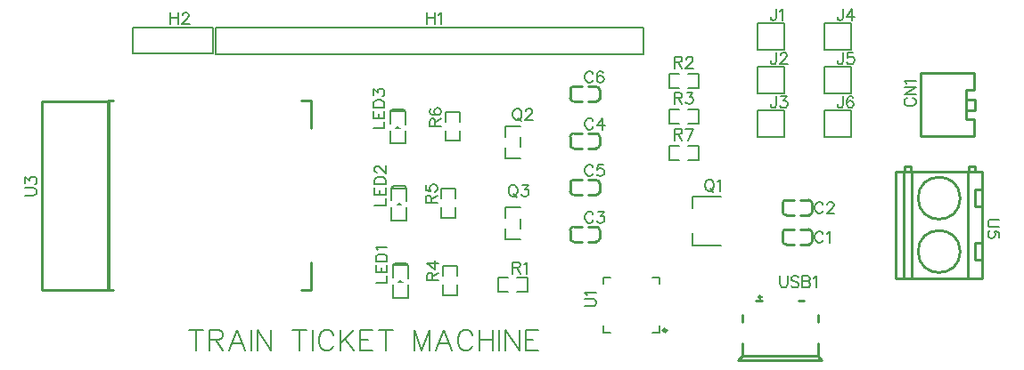
<source format=gto>
G04 Layer: TopSilkscreenLayer*
G04 EasyEDA v6.5.51, 2025-11-13 11:15:01*
G04 eeee07b8e3394328a7c479296e6499dd,d08b7503fb3042b1851704d71a85d887,10*
G04 Gerber Generator version 0.2*
G04 Scale: 100 percent, Rotated: No, Reflected: No *
G04 Dimensions in millimeters *
G04 leading zeros omitted , absolute positions ,4 integer and 5 decimal *
%FSLAX45Y45*%
%MOMM*%

%ADD10C,0.2032*%
%ADD11C,0.1524*%
%ADD12C,0.2540*%
%ADD13C,0.2030*%
%ADD14C,0.2030*%
%ADD15C,0.1500*%
%ADD16C,0.2000*%
%ADD17C,0.3000*%
%ADD18C,0.0152*%

%LPD*%
D10*
X1550670Y6161278D02*
G01*
X1550670Y5967476D01*
X1485900Y6161278D02*
G01*
X1615186Y6161278D01*
X1676145Y6161278D02*
G01*
X1676145Y5967476D01*
X1676145Y6161278D02*
G01*
X1759204Y6161278D01*
X1786889Y6152134D01*
X1796287Y6142989D01*
X1805431Y6124447D01*
X1805431Y6105905D01*
X1796287Y6087363D01*
X1786889Y6078220D01*
X1759204Y6069076D01*
X1676145Y6069076D01*
X1740915Y6069076D02*
G01*
X1805431Y5967476D01*
X1940306Y6161278D02*
G01*
X1866392Y5967476D01*
X1940306Y6161278D02*
G01*
X2014220Y5967476D01*
X1894078Y6031992D02*
G01*
X1986534Y6031992D01*
X2075179Y6161278D02*
G01*
X2075179Y5967476D01*
X2136140Y6161278D02*
G01*
X2136140Y5967476D01*
X2136140Y6161278D02*
G01*
X2265425Y5967476D01*
X2265425Y6161278D02*
G01*
X2265425Y5967476D01*
X2533395Y6161278D02*
G01*
X2533395Y5967476D01*
X2468625Y6161278D02*
G01*
X2597911Y6161278D01*
X2658872Y6161278D02*
G01*
X2658872Y5967476D01*
X2858515Y6115050D02*
G01*
X2849118Y6133592D01*
X2830829Y6152134D01*
X2812288Y6161278D01*
X2775204Y6161278D01*
X2756915Y6152134D01*
X2738374Y6133592D01*
X2729229Y6115050D01*
X2719831Y6087363D01*
X2719831Y6041389D01*
X2729229Y6013450D01*
X2738374Y5995162D01*
X2756915Y5976620D01*
X2775204Y5967476D01*
X2812288Y5967476D01*
X2830829Y5976620D01*
X2849118Y5995162D01*
X2858515Y6013450D01*
X2919475Y6161278D02*
G01*
X2919475Y5967476D01*
X3048761Y6161278D02*
G01*
X2919475Y6031992D01*
X2965450Y6078220D02*
G01*
X3048761Y5967476D01*
X3109722Y6161278D02*
G01*
X3109722Y5967476D01*
X3109722Y6161278D02*
G01*
X3229609Y6161278D01*
X3109722Y6069076D02*
G01*
X3183636Y6069076D01*
X3109722Y5967476D02*
G01*
X3229609Y5967476D01*
X3355340Y6161278D02*
G01*
X3355340Y5967476D01*
X3290570Y6161278D02*
G01*
X3420109Y6161278D01*
X3623309Y6161278D02*
G01*
X3623309Y5967476D01*
X3623309Y6161278D02*
G01*
X3696970Y5967476D01*
X3770884Y6161278D02*
G01*
X3696970Y5967476D01*
X3770884Y6161278D02*
G01*
X3770884Y5967476D01*
X3905758Y6161278D02*
G01*
X3831843Y5967476D01*
X3905758Y6161278D02*
G01*
X3979672Y5967476D01*
X3859529Y6031992D02*
G01*
X3951986Y6031992D01*
X4179315Y6115050D02*
G01*
X4169918Y6133592D01*
X4151629Y6152134D01*
X4133088Y6161278D01*
X4096004Y6161278D01*
X4077715Y6152134D01*
X4059174Y6133592D01*
X4050029Y6115050D01*
X4040631Y6087363D01*
X4040631Y6041389D01*
X4050029Y6013450D01*
X4059174Y5995162D01*
X4077715Y5976620D01*
X4096004Y5967476D01*
X4133088Y5967476D01*
X4151629Y5976620D01*
X4169918Y5995162D01*
X4179315Y6013450D01*
X4240275Y6161278D02*
G01*
X4240275Y5967476D01*
X4369561Y6161278D02*
G01*
X4369561Y5967476D01*
X4240275Y6069076D02*
G01*
X4369561Y6069076D01*
X4430522Y6161278D02*
G01*
X4430522Y5967476D01*
X4491481Y6161278D02*
G01*
X4491481Y5967476D01*
X4491481Y6161278D02*
G01*
X4620768Y5967476D01*
X4620768Y6161278D02*
G01*
X4620768Y5967476D01*
X4681727Y6161278D02*
G01*
X4681727Y5967476D01*
X4681727Y6161278D02*
G01*
X4801870Y6161278D01*
X4681727Y6069076D02*
G01*
X4755641Y6069076D01*
X4681727Y5967476D02*
G01*
X4801870Y5967476D01*
D11*
X7507477Y7074408D02*
G01*
X7502143Y7084821D01*
X7491729Y7095236D01*
X7481570Y7100315D01*
X7460741Y7100315D01*
X7450327Y7095236D01*
X7439913Y7084821D01*
X7434579Y7074408D01*
X7429500Y7058660D01*
X7429500Y7032752D01*
X7434579Y7017258D01*
X7439913Y7006844D01*
X7450327Y6996429D01*
X7460741Y6991350D01*
X7481570Y6991350D01*
X7491729Y6996429D01*
X7502143Y7006844D01*
X7507477Y7017258D01*
X7541768Y7079487D02*
G01*
X7552181Y7084821D01*
X7567675Y7100315D01*
X7567675Y6991350D01*
X7507477Y7353808D02*
G01*
X7502143Y7364221D01*
X7491729Y7374636D01*
X7481570Y7379715D01*
X7460741Y7379715D01*
X7450327Y7374636D01*
X7439913Y7364221D01*
X7434579Y7353808D01*
X7429500Y7338060D01*
X7429500Y7312152D01*
X7434579Y7296658D01*
X7439913Y7286244D01*
X7450327Y7275829D01*
X7460741Y7270750D01*
X7481570Y7270750D01*
X7491729Y7275829D01*
X7502143Y7286244D01*
X7507477Y7296658D01*
X7546847Y7353808D02*
G01*
X7546847Y7358887D01*
X7552181Y7369302D01*
X7557261Y7374636D01*
X7567675Y7379715D01*
X7588504Y7379715D01*
X7598918Y7374636D01*
X7603997Y7369302D01*
X7609331Y7358887D01*
X7609331Y7348473D01*
X7603997Y7338060D01*
X7593584Y7322565D01*
X7541768Y7270750D01*
X7614411Y7270750D01*
X5323077Y7264908D02*
G01*
X5317743Y7275321D01*
X5307329Y7285736D01*
X5297170Y7290815D01*
X5276341Y7290815D01*
X5265927Y7285736D01*
X5255513Y7275321D01*
X5250179Y7264908D01*
X5245100Y7249160D01*
X5245100Y7223252D01*
X5250179Y7207758D01*
X5255513Y7197344D01*
X5265927Y7186929D01*
X5276341Y7181850D01*
X5297170Y7181850D01*
X5307329Y7186929D01*
X5317743Y7197344D01*
X5323077Y7207758D01*
X5367781Y7290815D02*
G01*
X5424931Y7290815D01*
X5393690Y7249160D01*
X5409184Y7249160D01*
X5419597Y7244079D01*
X5424931Y7239000D01*
X5430011Y7223252D01*
X5430011Y7212837D01*
X5424931Y7197344D01*
X5414518Y7186929D01*
X5398770Y7181850D01*
X5383275Y7181850D01*
X5367781Y7186929D01*
X5362447Y7192010D01*
X5357368Y7202423D01*
X5323077Y8153908D02*
G01*
X5317743Y8164321D01*
X5307329Y8174736D01*
X5297170Y8179815D01*
X5276341Y8179815D01*
X5265927Y8174736D01*
X5255513Y8164321D01*
X5250179Y8153908D01*
X5245100Y8138160D01*
X5245100Y8112252D01*
X5250179Y8096758D01*
X5255513Y8086344D01*
X5265927Y8075929D01*
X5276341Y8070850D01*
X5297170Y8070850D01*
X5307329Y8075929D01*
X5317743Y8086344D01*
X5323077Y8096758D01*
X5409184Y8179815D02*
G01*
X5357368Y8107171D01*
X5435345Y8107171D01*
X5409184Y8179815D02*
G01*
X5409184Y8070850D01*
X5323077Y7709408D02*
G01*
X5317743Y7719821D01*
X5307329Y7730236D01*
X5297170Y7735315D01*
X5276341Y7735315D01*
X5265927Y7730236D01*
X5255513Y7719821D01*
X5250179Y7709408D01*
X5245100Y7693660D01*
X5245100Y7667752D01*
X5250179Y7652258D01*
X5255513Y7641844D01*
X5265927Y7631429D01*
X5276341Y7626350D01*
X5297170Y7626350D01*
X5307329Y7631429D01*
X5317743Y7641844D01*
X5323077Y7652258D01*
X5419597Y7735315D02*
G01*
X5367781Y7735315D01*
X5362447Y7688579D01*
X5367781Y7693660D01*
X5383275Y7698994D01*
X5398770Y7698994D01*
X5414518Y7693660D01*
X5424931Y7683500D01*
X5430011Y7667752D01*
X5430011Y7657337D01*
X5424931Y7641844D01*
X5414518Y7631429D01*
X5398770Y7626350D01*
X5383275Y7626350D01*
X5367781Y7631429D01*
X5362447Y7636510D01*
X5357368Y7646923D01*
X5323077Y8598408D02*
G01*
X5317743Y8608821D01*
X5307329Y8619236D01*
X5297170Y8624315D01*
X5276341Y8624315D01*
X5265927Y8619236D01*
X5255513Y8608821D01*
X5250179Y8598408D01*
X5245100Y8582660D01*
X5245100Y8556752D01*
X5250179Y8541258D01*
X5255513Y8530844D01*
X5265927Y8520429D01*
X5276341Y8515350D01*
X5297170Y8515350D01*
X5307329Y8520429D01*
X5317743Y8530844D01*
X5323077Y8541258D01*
X5419597Y8608821D02*
G01*
X5414518Y8619236D01*
X5398770Y8624315D01*
X5388609Y8624315D01*
X5372861Y8619236D01*
X5362447Y8603487D01*
X5357368Y8577579D01*
X5357368Y8551671D01*
X5362447Y8530844D01*
X5372861Y8520429D01*
X5388609Y8515350D01*
X5393690Y8515350D01*
X5409184Y8520429D01*
X5419597Y8530844D01*
X5424931Y8546337D01*
X5424931Y8551671D01*
X5419597Y8567165D01*
X5409184Y8577579D01*
X5393690Y8582660D01*
X5388609Y8582660D01*
X5372861Y8577579D01*
X5362447Y8567165D01*
X5357368Y8551671D01*
X8305291Y8369477D02*
G01*
X8294877Y8364143D01*
X8284463Y8353729D01*
X8279384Y8343569D01*
X8279384Y8322741D01*
X8284463Y8312327D01*
X8294877Y8301913D01*
X8305291Y8296579D01*
X8321040Y8291499D01*
X8346947Y8291499D01*
X8362441Y8296579D01*
X8372856Y8301913D01*
X8383270Y8312327D01*
X8388350Y8322741D01*
X8388350Y8343569D01*
X8383270Y8353729D01*
X8372856Y8364143D01*
X8362441Y8369477D01*
X8279384Y8403767D02*
G01*
X8388350Y8403767D01*
X8279384Y8403767D02*
G01*
X8388350Y8476411D01*
X8279384Y8476411D02*
G01*
X8388350Y8476411D01*
X8300211Y8510701D02*
G01*
X8294877Y8521115D01*
X8279384Y8536609D01*
X8388350Y8536609D01*
X3746500Y9183115D02*
G01*
X3746500Y9074150D01*
X3819143Y9183115D02*
G01*
X3819143Y9074150D01*
X3746500Y9131300D02*
G01*
X3819143Y9131300D01*
X3853434Y9162287D02*
G01*
X3863847Y9167621D01*
X3879595Y9183115D01*
X3879595Y9074150D01*
X1308100Y9183115D02*
G01*
X1308100Y9074150D01*
X1380744Y9183115D02*
G01*
X1380744Y9074150D01*
X1308100Y9131300D02*
G01*
X1380744Y9131300D01*
X1420368Y9157208D02*
G01*
X1420368Y9162287D01*
X1425447Y9172702D01*
X1430781Y9178036D01*
X1441195Y9183115D01*
X1461770Y9183115D01*
X1472184Y9178036D01*
X1477518Y9172702D01*
X1482597Y9162287D01*
X1482597Y9151874D01*
X1477518Y9141460D01*
X1467104Y9125965D01*
X1415034Y9074150D01*
X1487931Y9074150D01*
X7062470Y9217405D02*
G01*
X7062470Y9134347D01*
X7057136Y9118600D01*
X7052056Y9113520D01*
X7041641Y9108439D01*
X7031227Y9108439D01*
X7020813Y9113520D01*
X7015479Y9118600D01*
X7010400Y9134347D01*
X7010400Y9144762D01*
X7096759Y9196578D02*
G01*
X7106920Y9201912D01*
X7122668Y9217405D01*
X7122668Y9108439D01*
X7062470Y8801480D02*
G01*
X7062470Y8718422D01*
X7057136Y8702675D01*
X7052056Y8697595D01*
X7041641Y8692514D01*
X7031227Y8692514D01*
X7020813Y8697595D01*
X7015479Y8702675D01*
X7010400Y8718422D01*
X7010400Y8728837D01*
X7101840Y8775572D02*
G01*
X7101840Y8780653D01*
X7106920Y8791067D01*
X7112254Y8796401D01*
X7122668Y8801480D01*
X7143495Y8801480D01*
X7153909Y8796401D01*
X7158990Y8791067D01*
X7164070Y8780653D01*
X7164070Y8770238D01*
X7158990Y8759825D01*
X7148575Y8744330D01*
X7096759Y8692514D01*
X7169404Y8692514D01*
X7062470Y8385555D02*
G01*
X7062470Y8302497D01*
X7057136Y8286750D01*
X7052056Y8281670D01*
X7041641Y8276589D01*
X7031227Y8276589D01*
X7020813Y8281670D01*
X7015479Y8286750D01*
X7010400Y8302497D01*
X7010400Y8312912D01*
X7106920Y8385555D02*
G01*
X7164070Y8385555D01*
X7133081Y8343900D01*
X7148575Y8343900D01*
X7158990Y8338820D01*
X7164070Y8333739D01*
X7169404Y8317992D01*
X7169404Y8307578D01*
X7164070Y8292084D01*
X7153909Y8281670D01*
X7138161Y8276589D01*
X7122668Y8276589D01*
X7106920Y8281670D01*
X7101840Y8286750D01*
X7096759Y8297163D01*
X7697470Y9217405D02*
G01*
X7697470Y9134347D01*
X7692136Y9118600D01*
X7687056Y9113520D01*
X7676641Y9108439D01*
X7666227Y9108439D01*
X7655813Y9113520D01*
X7650479Y9118600D01*
X7645400Y9134347D01*
X7645400Y9144762D01*
X7783575Y9217405D02*
G01*
X7731759Y9144762D01*
X7809484Y9144762D01*
X7783575Y9217405D02*
G01*
X7783575Y9108439D01*
X7697470Y8801480D02*
G01*
X7697470Y8718422D01*
X7692136Y8702675D01*
X7687056Y8697595D01*
X7676641Y8692514D01*
X7666227Y8692514D01*
X7655813Y8697595D01*
X7650479Y8702675D01*
X7645400Y8718422D01*
X7645400Y8728837D01*
X7793990Y8801480D02*
G01*
X7741920Y8801480D01*
X7736840Y8754745D01*
X7741920Y8759825D01*
X7757668Y8765159D01*
X7773161Y8765159D01*
X7788909Y8759825D01*
X7799070Y8749664D01*
X7804404Y8733917D01*
X7804404Y8723503D01*
X7799070Y8708009D01*
X7788909Y8697595D01*
X7773161Y8692514D01*
X7757668Y8692514D01*
X7741920Y8697595D01*
X7736840Y8702675D01*
X7731759Y8713088D01*
X7697470Y8385555D02*
G01*
X7697470Y8302497D01*
X7692136Y8286750D01*
X7687056Y8281670D01*
X7676641Y8276589D01*
X7666227Y8276589D01*
X7655813Y8281670D01*
X7650479Y8286750D01*
X7645400Y8302497D01*
X7645400Y8312912D01*
X7793990Y8370062D02*
G01*
X7788909Y8380476D01*
X7773161Y8385555D01*
X7762747Y8385555D01*
X7747254Y8380476D01*
X7736840Y8364728D01*
X7731759Y8338820D01*
X7731759Y8312912D01*
X7736840Y8292084D01*
X7747254Y8281670D01*
X7762747Y8276589D01*
X7768081Y8276589D01*
X7783575Y8281670D01*
X7793990Y8292084D01*
X7799070Y8307578D01*
X7799070Y8312912D01*
X7793990Y8328405D01*
X7783575Y8338820D01*
X7768081Y8343900D01*
X7762747Y8343900D01*
X7747254Y8338820D01*
X7736840Y8328405D01*
X7731759Y8312912D01*
X3257981Y6614472D02*
G01*
X3366947Y6614472D01*
X3366947Y6614472D02*
G01*
X3366947Y6676702D01*
X3257981Y6710992D02*
G01*
X3366947Y6710992D01*
X3257981Y6710992D02*
G01*
X3257981Y6778556D01*
X3309797Y6710992D02*
G01*
X3309797Y6752648D01*
X3366947Y6710992D02*
G01*
X3366947Y6778556D01*
X3257981Y6812846D02*
G01*
X3366947Y6812846D01*
X3257981Y6812846D02*
G01*
X3257981Y6849422D01*
X3263061Y6864916D01*
X3273475Y6875330D01*
X3283889Y6880410D01*
X3299637Y6885744D01*
X3325545Y6885744D01*
X3341039Y6880410D01*
X3351453Y6875330D01*
X3361867Y6864916D01*
X3366947Y6849422D01*
X3366947Y6812846D01*
X3278809Y6920034D02*
G01*
X3273475Y6930448D01*
X3257981Y6945942D01*
X3366947Y6945942D01*
X3245281Y7349675D02*
G01*
X3354247Y7349675D01*
X3354247Y7349675D02*
G01*
X3354247Y7411905D01*
X3245281Y7446195D02*
G01*
X3354247Y7446195D01*
X3245281Y7446195D02*
G01*
X3245281Y7513759D01*
X3297097Y7446195D02*
G01*
X3297097Y7487851D01*
X3354247Y7446195D02*
G01*
X3354247Y7513759D01*
X3245281Y7548049D02*
G01*
X3354247Y7548049D01*
X3245281Y7548049D02*
G01*
X3245281Y7584625D01*
X3250361Y7600119D01*
X3260775Y7610533D01*
X3271189Y7615613D01*
X3286937Y7620947D01*
X3312845Y7620947D01*
X3328339Y7615613D01*
X3338753Y7610533D01*
X3349167Y7600119D01*
X3354247Y7584625D01*
X3354247Y7548049D01*
X3271189Y7660317D02*
G01*
X3266109Y7660317D01*
X3255695Y7665651D01*
X3250361Y7670731D01*
X3245281Y7681145D01*
X3245281Y7701973D01*
X3250361Y7712387D01*
X3255695Y7717467D01*
X3266109Y7722801D01*
X3276523Y7722801D01*
X3286937Y7717467D01*
X3302431Y7707053D01*
X3354247Y7655237D01*
X3354247Y7727881D01*
X3232581Y8079925D02*
G01*
X3341547Y8079925D01*
X3341547Y8079925D02*
G01*
X3341547Y8142155D01*
X3232581Y8176445D02*
G01*
X3341547Y8176445D01*
X3232581Y8176445D02*
G01*
X3232581Y8244009D01*
X3284397Y8176445D02*
G01*
X3284397Y8218101D01*
X3341547Y8176445D02*
G01*
X3341547Y8244009D01*
X3232581Y8278299D02*
G01*
X3341547Y8278299D01*
X3232581Y8278299D02*
G01*
X3232581Y8314875D01*
X3237661Y8330369D01*
X3248075Y8340783D01*
X3258489Y8345863D01*
X3274237Y8351197D01*
X3300145Y8351197D01*
X3315639Y8345863D01*
X3326053Y8340783D01*
X3336467Y8330369D01*
X3341547Y8314875D01*
X3341547Y8278299D01*
X3232581Y8395901D02*
G01*
X3232581Y8453051D01*
X3274237Y8421809D01*
X3274237Y8437303D01*
X3279317Y8447717D01*
X3284397Y8453051D01*
X3300145Y8458131D01*
X3310559Y8458131D01*
X3326053Y8453051D01*
X3336467Y8442637D01*
X3341547Y8426889D01*
X3341547Y8411395D01*
X3336467Y8395901D01*
X3331387Y8390567D01*
X3320973Y8385487D01*
X6417373Y7595628D02*
G01*
X6406959Y7590548D01*
X6396545Y7580134D01*
X6391211Y7569720D01*
X6386131Y7553972D01*
X6386131Y7528064D01*
X6391211Y7512570D01*
X6396545Y7502156D01*
X6406959Y7491742D01*
X6417373Y7486662D01*
X6438201Y7486662D01*
X6448361Y7491742D01*
X6458775Y7502156D01*
X6464109Y7512570D01*
X6469189Y7528064D01*
X6469189Y7553972D01*
X6464109Y7569720D01*
X6458775Y7580134D01*
X6448361Y7590548D01*
X6438201Y7595628D01*
X6417373Y7595628D01*
X6432867Y7507236D02*
G01*
X6464109Y7476248D01*
X6503479Y7574800D02*
G01*
X6513893Y7580134D01*
X6529641Y7595628D01*
X6529641Y7486662D01*
X4591248Y8268715D02*
G01*
X4580834Y8263636D01*
X4570420Y8253221D01*
X4565086Y8242808D01*
X4560006Y8227060D01*
X4560006Y8201152D01*
X4565086Y8185658D01*
X4570420Y8175244D01*
X4580834Y8164829D01*
X4591248Y8159750D01*
X4612076Y8159750D01*
X4622236Y8164829D01*
X4632650Y8175244D01*
X4637984Y8185658D01*
X4643064Y8201152D01*
X4643064Y8227060D01*
X4637984Y8242808D01*
X4632650Y8253221D01*
X4622236Y8263636D01*
X4612076Y8268715D01*
X4591248Y8268715D01*
X4606742Y8180323D02*
G01*
X4637984Y8149336D01*
X4682688Y8242808D02*
G01*
X4682688Y8247887D01*
X4687768Y8258302D01*
X4693102Y8263636D01*
X4703516Y8268715D01*
X4724090Y8268715D01*
X4734504Y8263636D01*
X4739838Y8258302D01*
X4744918Y8247887D01*
X4744918Y8237473D01*
X4739838Y8227060D01*
X4729424Y8211565D01*
X4677354Y8159750D01*
X4750252Y8159750D01*
X4553148Y7544815D02*
G01*
X4542734Y7539736D01*
X4532320Y7529321D01*
X4526986Y7518908D01*
X4521906Y7503160D01*
X4521906Y7477252D01*
X4526986Y7461758D01*
X4532320Y7451344D01*
X4542734Y7440929D01*
X4553148Y7435850D01*
X4573976Y7435850D01*
X4584136Y7440929D01*
X4594550Y7451344D01*
X4599884Y7461758D01*
X4604964Y7477252D01*
X4604964Y7503160D01*
X4599884Y7518908D01*
X4594550Y7529321D01*
X4584136Y7539736D01*
X4573976Y7544815D01*
X4553148Y7544815D01*
X4568642Y7456423D02*
G01*
X4599884Y7425436D01*
X4649668Y7544815D02*
G01*
X4706818Y7544815D01*
X4675576Y7503160D01*
X4691324Y7503160D01*
X4701738Y7498079D01*
X4706818Y7493000D01*
X4712152Y7477252D01*
X4712152Y7466837D01*
X4706818Y7451344D01*
X4696404Y7440929D01*
X4680910Y7435850D01*
X4665416Y7435850D01*
X4649668Y7440929D01*
X4644588Y7446010D01*
X4639254Y7456423D01*
X4560006Y6808215D02*
G01*
X4560006Y6699250D01*
X4560006Y6808215D02*
G01*
X4606742Y6808215D01*
X4622236Y6803136D01*
X4627570Y6797802D01*
X4632650Y6787387D01*
X4632650Y6776973D01*
X4627570Y6766560D01*
X4622236Y6761479D01*
X4606742Y6756400D01*
X4560006Y6756400D01*
X4596328Y6756400D02*
G01*
X4632650Y6699250D01*
X4666940Y6787387D02*
G01*
X4677354Y6792721D01*
X4693102Y6808215D01*
X4693102Y6699250D01*
X3745484Y6634947D02*
G01*
X3854450Y6634947D01*
X3745484Y6634947D02*
G01*
X3745484Y6681683D01*
X3750563Y6697177D01*
X3755897Y6702511D01*
X3766311Y6707591D01*
X3776725Y6707591D01*
X3787140Y6702511D01*
X3792220Y6697177D01*
X3797300Y6681683D01*
X3797300Y6634947D01*
X3797300Y6671269D02*
G01*
X3854450Y6707591D01*
X3745484Y6793951D02*
G01*
X3818127Y6741881D01*
X3818127Y6819859D01*
X3745484Y6793951D02*
G01*
X3854450Y6793951D01*
X3732784Y7370152D02*
G01*
X3841750Y7370152D01*
X3732784Y7370152D02*
G01*
X3732784Y7416888D01*
X3737863Y7432382D01*
X3743197Y7437716D01*
X3753611Y7442796D01*
X3764025Y7442796D01*
X3774440Y7437716D01*
X3779520Y7432382D01*
X3784600Y7416888D01*
X3784600Y7370152D01*
X3784600Y7406474D02*
G01*
X3841750Y7442796D01*
X3732784Y7539570D02*
G01*
X3732784Y7487500D01*
X3779520Y7482420D01*
X3774440Y7487500D01*
X3769106Y7503248D01*
X3769106Y7518742D01*
X3774440Y7534236D01*
X3784600Y7544650D01*
X3800347Y7549984D01*
X3810761Y7549984D01*
X3826256Y7544650D01*
X3836670Y7534236D01*
X3841750Y7518742D01*
X3841750Y7503248D01*
X3836670Y7487500D01*
X3831590Y7482420D01*
X3821175Y7477086D01*
X3770884Y8100402D02*
G01*
X3879850Y8100402D01*
X3770884Y8100402D02*
G01*
X3770884Y8147138D01*
X3775963Y8162632D01*
X3781297Y8167966D01*
X3791711Y8173046D01*
X3802125Y8173046D01*
X3812540Y8167966D01*
X3817620Y8162632D01*
X3822700Y8147138D01*
X3822700Y8100402D01*
X3822700Y8136724D02*
G01*
X3879850Y8173046D01*
X3786377Y8269820D02*
G01*
X3775963Y8264486D01*
X3770884Y8248992D01*
X3770884Y8238578D01*
X3775963Y8223084D01*
X3791711Y8212670D01*
X3817620Y8207336D01*
X3843527Y8207336D01*
X3864356Y8212670D01*
X3874770Y8223084D01*
X3879850Y8238578D01*
X3879850Y8243912D01*
X3874770Y8259406D01*
X3864356Y8269820D01*
X3848861Y8274900D01*
X3843527Y8274900D01*
X3828034Y8269820D01*
X3817620Y8259406D01*
X3812540Y8243912D01*
X3812540Y8238578D01*
X3817620Y8223084D01*
X3828034Y8212670D01*
X3843527Y8207336D01*
X5243156Y6387172D02*
G01*
X5321134Y6387172D01*
X5336628Y6392252D01*
X5347042Y6402666D01*
X5352122Y6418414D01*
X5352122Y6428828D01*
X5347042Y6444322D01*
X5336628Y6454736D01*
X5321134Y6459816D01*
X5243156Y6459816D01*
X5263984Y6494106D02*
G01*
X5258650Y6504520D01*
X5243156Y6520268D01*
X5352122Y6520268D01*
X-72026Y7442200D02*
G01*
X5951Y7442200D01*
X21445Y7447279D01*
X31859Y7457694D01*
X36939Y7473442D01*
X36939Y7483855D01*
X31859Y7499350D01*
X21445Y7509763D01*
X5951Y7514844D01*
X-72026Y7514844D01*
X-72026Y7559547D02*
G01*
X-72026Y7616697D01*
X-30370Y7585710D01*
X-30370Y7601204D01*
X-25290Y7611618D01*
X-20210Y7616697D01*
X-4462Y7622031D01*
X5951Y7622031D01*
X21445Y7616697D01*
X31859Y7606284D01*
X36939Y7590789D01*
X36939Y7575295D01*
X31859Y7559547D01*
X26779Y7554468D01*
X16365Y7549134D01*
X9183115Y7213600D02*
G01*
X9105138Y7213600D01*
X9089643Y7208520D01*
X9079229Y7198105D01*
X9074150Y7182358D01*
X9074150Y7171944D01*
X9079229Y7156450D01*
X9089643Y7146036D01*
X9105138Y7140955D01*
X9183115Y7140955D01*
X9183115Y7044181D02*
G01*
X9183115Y7096252D01*
X9136379Y7101331D01*
X9141459Y7096252D01*
X9146793Y7080504D01*
X9146793Y7065010D01*
X9141459Y7049515D01*
X9131300Y7039102D01*
X9115552Y7033768D01*
X9105138Y7033768D01*
X9089643Y7039102D01*
X9079229Y7049515D01*
X9074150Y7065010D01*
X9074150Y7080504D01*
X9079229Y7096252D01*
X9084309Y7101331D01*
X9094724Y7106665D01*
X7096302Y6676212D02*
G01*
X7096302Y6598234D01*
X7101382Y6582740D01*
X7111796Y6572326D01*
X7127544Y6567246D01*
X7137958Y6567246D01*
X7153452Y6572326D01*
X7163866Y6582740D01*
X7168946Y6598234D01*
X7168946Y6676212D01*
X7276134Y6660718D02*
G01*
X7265720Y6671132D01*
X7249972Y6676212D01*
X7229398Y6676212D01*
X7213650Y6671132D01*
X7203236Y6660718D01*
X7203236Y6650304D01*
X7208570Y6639890D01*
X7213650Y6634556D01*
X7224064Y6629476D01*
X7255306Y6619062D01*
X7265720Y6613982D01*
X7270800Y6608648D01*
X7276134Y6598234D01*
X7276134Y6582740D01*
X7265720Y6572326D01*
X7249972Y6567246D01*
X7229398Y6567246D01*
X7213650Y6572326D01*
X7203236Y6582740D01*
X7310424Y6676212D02*
G01*
X7310424Y6567246D01*
X7310424Y6676212D02*
G01*
X7357160Y6676212D01*
X7372654Y6671132D01*
X7377988Y6665798D01*
X7383068Y6655384D01*
X7383068Y6644970D01*
X7377988Y6634556D01*
X7372654Y6629476D01*
X7357160Y6624396D01*
X7310424Y6624396D02*
G01*
X7357160Y6624396D01*
X7372654Y6619062D01*
X7377988Y6613982D01*
X7383068Y6603568D01*
X7383068Y6587820D01*
X7377988Y6577406D01*
X7372654Y6572326D01*
X7357160Y6567246D01*
X7310424Y6567246D01*
X7417358Y6655384D02*
G01*
X7427772Y6660718D01*
X7443266Y6676212D01*
X7443266Y6567246D01*
X6096000Y8764015D02*
G01*
X6096000Y8655050D01*
X6096000Y8764015D02*
G01*
X6142736Y8764015D01*
X6158229Y8758936D01*
X6163563Y8753602D01*
X6168643Y8743187D01*
X6168643Y8732774D01*
X6163563Y8722360D01*
X6158229Y8717279D01*
X6142736Y8712200D01*
X6096000Y8712200D01*
X6132322Y8712200D02*
G01*
X6168643Y8655050D01*
X6208268Y8738108D02*
G01*
X6208268Y8743187D01*
X6213347Y8753602D01*
X6218681Y8758936D01*
X6229095Y8764015D01*
X6249670Y8764015D01*
X6260084Y8758936D01*
X6265418Y8753602D01*
X6270497Y8743187D01*
X6270497Y8732774D01*
X6265418Y8722360D01*
X6255004Y8706865D01*
X6202934Y8655050D01*
X6275831Y8655050D01*
X6096000Y8421115D02*
G01*
X6096000Y8312150D01*
X6096000Y8421115D02*
G01*
X6142736Y8421115D01*
X6158229Y8416036D01*
X6163563Y8410702D01*
X6168643Y8400287D01*
X6168643Y8389874D01*
X6163563Y8379460D01*
X6158229Y8374379D01*
X6142736Y8369300D01*
X6096000Y8369300D01*
X6132322Y8369300D02*
G01*
X6168643Y8312150D01*
X6213347Y8421115D02*
G01*
X6270497Y8421115D01*
X6239509Y8379460D01*
X6255004Y8379460D01*
X6265418Y8374379D01*
X6270497Y8369300D01*
X6275831Y8353552D01*
X6275831Y8343137D01*
X6270497Y8327644D01*
X6260084Y8317229D01*
X6244590Y8312150D01*
X6229095Y8312150D01*
X6213347Y8317229D01*
X6208268Y8322310D01*
X6202934Y8332723D01*
X6096000Y8078215D02*
G01*
X6096000Y7969250D01*
X6096000Y8078215D02*
G01*
X6142736Y8078215D01*
X6158229Y8073136D01*
X6163563Y8067802D01*
X6168643Y8057387D01*
X6168643Y8046973D01*
X6163563Y8036560D01*
X6158229Y8031479D01*
X6142736Y8026400D01*
X6096000Y8026400D01*
X6132322Y8026400D02*
G01*
X6168643Y7969250D01*
X6275831Y8078215D02*
G01*
X6223761Y7969250D01*
X6202934Y8078215D02*
G01*
X6275831Y8078215D01*
G36*
X3492500Y6638442D02*
G01*
X3456482Y6613448D01*
X3528517Y6612432D01*
G37*
G36*
X3479800Y7373620D02*
G01*
X3443782Y7348626D01*
X3515817Y7347661D01*
G37*
G36*
X3467100Y8103870D02*
G01*
X3431082Y8078876D01*
X3503117Y8077911D01*
G37*
D12*
X7236381Y6977542D02*
G01*
X7156383Y6977542D01*
X7292426Y6977496D02*
G01*
X7372423Y6977496D01*
X7236381Y7119510D02*
G01*
X7156383Y7119510D01*
X7292426Y7119462D02*
G01*
X7372423Y7119462D01*
X7125408Y7008525D02*
G01*
X7125408Y7088530D01*
X7403401Y7088477D02*
G01*
X7403401Y7008474D01*
X7236381Y7256942D02*
G01*
X7156383Y7256942D01*
X7292426Y7256896D02*
G01*
X7372423Y7256896D01*
X7236381Y7398910D02*
G01*
X7156383Y7398910D01*
X7292426Y7398862D02*
G01*
X7372423Y7398862D01*
X7125408Y7287925D02*
G01*
X7125408Y7367930D01*
X7403401Y7367877D02*
G01*
X7403401Y7287874D01*
X5217081Y7002942D02*
G01*
X5137083Y7002942D01*
X5273126Y7002896D02*
G01*
X5353123Y7002896D01*
X5217081Y7144910D02*
G01*
X5137083Y7144910D01*
X5273126Y7144862D02*
G01*
X5353123Y7144862D01*
X5106108Y7033925D02*
G01*
X5106108Y7113930D01*
X5384101Y7113877D02*
G01*
X5384101Y7033874D01*
X5217081Y7891942D02*
G01*
X5137083Y7891942D01*
X5273126Y7891896D02*
G01*
X5353123Y7891896D01*
X5217081Y8033910D02*
G01*
X5137083Y8033910D01*
X5273126Y8033862D02*
G01*
X5353123Y8033862D01*
X5106108Y7922925D02*
G01*
X5106108Y8002930D01*
X5384101Y8002877D02*
G01*
X5384101Y7922874D01*
X5217081Y7447442D02*
G01*
X5137083Y7447442D01*
X5273126Y7447396D02*
G01*
X5353123Y7447396D01*
X5217081Y7589410D02*
G01*
X5137083Y7589410D01*
X5273126Y7589362D02*
G01*
X5353123Y7589362D01*
X5106108Y7478425D02*
G01*
X5106108Y7558430D01*
X5384101Y7558377D02*
G01*
X5384101Y7478374D01*
X5217081Y8336442D02*
G01*
X5137083Y8336442D01*
X5273126Y8336396D02*
G01*
X5353123Y8336396D01*
X5217081Y8478410D02*
G01*
X5137083Y8478410D01*
X5273126Y8478362D02*
G01*
X5353123Y8478362D01*
X5106108Y8367425D02*
G01*
X5106108Y8447430D01*
X5384101Y8447377D02*
G01*
X5384101Y8367374D01*
X8864600Y8445500D02*
G01*
X8864600Y8169325D01*
X8864600Y8253481D02*
G01*
X8953500Y8253481D01*
X8953500Y8356600D01*
X8864600Y8356600D01*
X8864600Y8445500D02*
G01*
X8944609Y8445500D01*
X8944609Y8605697D01*
X8434577Y8605697D01*
X8434577Y8005749D01*
X8944609Y8005749D01*
X8944609Y8169325D01*
X8864600Y8169325D01*
D13*
X5803900Y9042400D02*
G01*
X1930400Y9042400D01*
D10*
X5803900Y9042400D02*
G01*
X5803900Y8788400D01*
X1739900Y8788400D01*
X1739900Y9042400D01*
X1930400Y9042400D01*
X1460500Y9042400D02*
G01*
X1714500Y9042400D01*
X1714500Y8790939D01*
X952500Y8790939D01*
X952500Y9042400D01*
X1460500Y9042400D01*
X7137400Y8832850D02*
G01*
X6883400Y8832850D01*
X6883400Y9086850D01*
X7137400Y9086850D01*
X7137400Y8896350D01*
D14*
X7137400Y8832850D02*
G01*
X7137400Y8896350D01*
D10*
X7137400Y8416925D02*
G01*
X6883400Y8416925D01*
X6883400Y8670925D01*
X7137400Y8670925D01*
X7137400Y8480425D01*
D14*
X7137400Y8416925D02*
G01*
X7137400Y8480425D01*
D10*
X7137400Y8001000D02*
G01*
X6883400Y8001000D01*
X6883400Y8255000D01*
X7137400Y8255000D01*
X7137400Y8064500D01*
D14*
X7137400Y8001000D02*
G01*
X7137400Y8064500D01*
D10*
X7772400Y8832850D02*
G01*
X7518400Y8832850D01*
X7518400Y9086850D01*
X7772400Y9086850D01*
X7772400Y8896350D01*
D14*
X7772400Y8832850D02*
G01*
X7772400Y8896350D01*
D10*
X7772400Y8416925D02*
G01*
X7518400Y8416925D01*
X7518400Y8670925D01*
X7772400Y8670925D01*
X7772400Y8480425D01*
D14*
X7772400Y8416925D02*
G01*
X7772400Y8480425D01*
D10*
X7772400Y8001000D02*
G01*
X7518400Y8001000D01*
X7518400Y8255000D01*
X7772400Y8255000D01*
X7772400Y8064500D01*
D14*
X7772400Y8001000D02*
G01*
X7772400Y8064500D01*
D15*
X3419500Y6661447D02*
G01*
X3419500Y6776445D01*
X3564498Y6776445D01*
X3564498Y6656445D01*
X3565499Y6594447D02*
G01*
X3565499Y6470446D01*
X3420501Y6470446D01*
X3420501Y6594447D01*
X3419500Y6776445D02*
G01*
X3419500Y6779447D01*
X3439500Y6799447D01*
X3541499Y6799447D01*
X3544498Y6796445D01*
X3564498Y6776445D01*
X3406800Y7396650D02*
G01*
X3406800Y7511648D01*
X3551798Y7511648D01*
X3551798Y7391648D01*
X3552799Y7329650D02*
G01*
X3552799Y7205649D01*
X3407801Y7205649D01*
X3407801Y7329650D01*
X3406800Y7511648D02*
G01*
X3406800Y7514650D01*
X3426800Y7534650D01*
X3528799Y7534650D01*
X3531798Y7531648D01*
X3551798Y7511648D01*
X3394100Y8126900D02*
G01*
X3394100Y8241898D01*
X3539098Y8241898D01*
X3539098Y8121898D01*
X3540099Y8059900D02*
G01*
X3540099Y7935899D01*
X3395101Y7935899D01*
X3395101Y8059900D01*
X3394100Y8241898D02*
G01*
X3394100Y8244900D01*
X3414100Y8264900D01*
X3516099Y8264900D01*
X3519098Y8261898D01*
X3539098Y8241898D01*
D11*
X6534548Y7433530D02*
G01*
X6269311Y7433530D01*
X6269311Y7318649D01*
X6534548Y6968294D02*
G01*
X6269311Y6968294D01*
X6269311Y7083176D01*
X4632627Y8102820D02*
G01*
X4487384Y8102820D01*
X4487384Y7999658D01*
X4632627Y7797579D02*
G01*
X4487384Y7797579D01*
X4487384Y7900741D01*
X4632627Y7995739D02*
G01*
X4632627Y7904660D01*
X4632627Y7328120D02*
G01*
X4487384Y7328120D01*
X4487384Y7224958D01*
X4632627Y7022879D02*
G01*
X4487384Y7022879D01*
X4487384Y7126041D01*
X4632627Y7221039D02*
G01*
X4632627Y7129960D01*
X4602627Y6525239D02*
G01*
X4698514Y6525239D01*
X4698514Y6657360D01*
X4602627Y6657360D01*
X4517384Y6525239D02*
G01*
X4421497Y6525239D01*
X4421497Y6657360D01*
X4517384Y6657360D01*
X4028460Y6677568D02*
G01*
X4028460Y6773456D01*
X3896339Y6773456D01*
X3896339Y6677568D01*
X4028460Y6592326D02*
G01*
X4028460Y6496438D01*
X3896339Y6496438D01*
X3896339Y6592326D01*
X4015760Y7412774D02*
G01*
X4015760Y7508661D01*
X3883639Y7508661D01*
X3883639Y7412774D01*
X4015760Y7327531D02*
G01*
X4015760Y7231644D01*
X3883639Y7231644D01*
X3883639Y7327531D01*
X4053860Y8143024D02*
G01*
X4053860Y8238911D01*
X3921739Y8238911D01*
X3921739Y8143024D01*
X4053860Y8057781D02*
G01*
X4053860Y7961894D01*
X3921739Y7961894D01*
X3921739Y8057781D01*
D16*
X5954603Y6200780D02*
G01*
X5954603Y6135781D01*
X5889604Y6135781D01*
X5424606Y6200780D02*
G01*
X5424606Y6135781D01*
X5489605Y6135781D01*
X5489605Y6665777D02*
G01*
X5424606Y6665777D01*
X5424606Y6600779D01*
X5954603Y6600779D02*
G01*
X5954603Y6665777D01*
X5889604Y6665777D01*
D12*
X2644289Y8081815D02*
G01*
X2644289Y8343900D01*
X2549804Y8343900D01*
X2549804Y6540500D02*
G01*
X2644289Y6540500D01*
X2644289Y6802584D01*
X716389Y6540500D02*
G01*
X762574Y6540500D01*
X762574Y8343900D02*
G01*
X716389Y8343900D01*
X716389Y6540500D01*
X88679Y6542201D02*
G01*
X88679Y8342198D01*
X718675Y8342198D01*
X718675Y6542201D01*
X88679Y6542201D01*
X8342764Y7670800D02*
G01*
X8342764Y7721600D01*
X8278888Y7721600D01*
X8278888Y7670800D01*
X8953875Y7670800D02*
G01*
X8953875Y7721600D01*
X8890000Y7721600D01*
X8890000Y7670800D01*
X8272490Y7670800D02*
G01*
X8272490Y6654800D01*
X8350384Y7670800D02*
G01*
X8350384Y6654800D01*
X9020599Y6990443D02*
G01*
X8953500Y6990443D01*
X8953500Y6827520D01*
X9020599Y6827520D01*
X9020599Y7503523D02*
G01*
X8953500Y7503523D01*
X8953500Y7340600D01*
X9020599Y7340600D01*
X8886385Y7670800D02*
G01*
X8886385Y6654800D01*
X8200598Y7670800D02*
G01*
X8200598Y6654800D01*
X9020599Y7670800D02*
G01*
X8200598Y7670800D01*
X9020599Y6654800D02*
G01*
X8200598Y6654800D01*
X9020599Y7670800D02*
G01*
X9020599Y6654800D01*
X6740304Y5917798D02*
G01*
X7459301Y5917798D01*
X7459301Y5926797D02*
G01*
X7459301Y5910798D01*
X7492301Y5877798D01*
X6740304Y5935797D02*
G01*
X6740304Y5917798D01*
X6700304Y5877798D01*
X7492301Y5877798D01*
X6740304Y6036655D02*
G01*
X6740304Y5935797D01*
X6740304Y6309177D02*
G01*
X6740304Y6241943D01*
X7459301Y6037242D02*
G01*
X7459301Y5926797D01*
X7459301Y6309182D02*
G01*
X7459301Y6241351D01*
X7272416Y6440797D02*
G01*
X7326302Y6440797D01*
X6872417Y6440797D02*
G01*
X6926188Y6440797D01*
D11*
X6227521Y8468339D02*
G01*
X6323408Y8468339D01*
X6323408Y8600460D01*
X6227521Y8600460D01*
X6142278Y8468339D02*
G01*
X6046391Y8468339D01*
X6046391Y8600460D01*
X6142278Y8600460D01*
X6227521Y8125439D02*
G01*
X6323408Y8125439D01*
X6323408Y8257560D01*
X6227521Y8257560D01*
X6142278Y8125439D02*
G01*
X6046391Y8125439D01*
X6046391Y8257560D01*
X6142278Y8257560D01*
X6227521Y7782539D02*
G01*
X6323408Y7782539D01*
X6323408Y7914660D01*
X6227521Y7914660D01*
X6142278Y7782539D02*
G01*
X6046391Y7782539D01*
X6046391Y7914660D01*
X6142278Y7914660D01*
D12*
G75*
G01*
X7372419Y7119463D02*
G02*
X7403401Y7088477I0J-30983D01*
G75*
G01*
X7403401Y7008480D02*
G02*
X7372419Y6977497I-30982J0D01*
G75*
G01*
X7156389Y6977543D02*
G02*
X7125409Y7008525I3J30982D01*
G75*
G01*
X7125409Y7088523D02*
G02*
X7156389Y7119511I30983J5D01*
G75*
G01*
X7372419Y7398863D02*
G02*
X7403401Y7367877I0J-30983D01*
G75*
G01*
X7403401Y7287880D02*
G02*
X7372419Y7256897I-30982J0D01*
G75*
G01*
X7156389Y7256943D02*
G02*
X7125409Y7287925I3J30982D01*
G75*
G01*
X7125409Y7367923D02*
G02*
X7156389Y7398911I30983J5D01*
G75*
G01*
X5353119Y7144863D02*
G02*
X5384101Y7113877I0J-30983D01*
G75*
G01*
X5384101Y7033880D02*
G02*
X5353119Y7002897I-30982J0D01*
G75*
G01*
X5137089Y7002943D02*
G02*
X5106109Y7033925I3J30982D01*
G75*
G01*
X5106109Y7113923D02*
G02*
X5137089Y7144911I30983J5D01*
G75*
G01*
X5353119Y8033863D02*
G02*
X5384101Y8002877I0J-30983D01*
G75*
G01*
X5384101Y7922880D02*
G02*
X5353119Y7891897I-30982J0D01*
G75*
G01*
X5137089Y7891943D02*
G02*
X5106109Y7922925I3J30982D01*
G75*
G01*
X5106109Y8002923D02*
G02*
X5137089Y8033911I30983J5D01*
G75*
G01*
X5353119Y7589363D02*
G02*
X5384101Y7558377I0J-30983D01*
G75*
G01*
X5384101Y7478380D02*
G02*
X5353119Y7447397I-30982J0D01*
G75*
G01*
X5137089Y7447443D02*
G02*
X5106109Y7478425I3J30982D01*
G75*
G01*
X5106109Y7558423D02*
G02*
X5137089Y7589411I30983J5D01*
G75*
G01*
X5353119Y8478363D02*
G02*
X5384101Y8447377I0J-30983D01*
G75*
G01*
X5384101Y8367380D02*
G02*
X5353119Y8336397I-30982J0D01*
G75*
G01*
X5137089Y8336443D02*
G02*
X5106109Y8367425I3J30982D01*
G75*
G01*
X5106109Y8447423D02*
G02*
X5137089Y8478411I30983J5D01*
D17*
G75*
G01*
X5989579Y6155670D02*
G03*
X5989579Y6155924I15001J127D01*
D12*
G75*
G01
X8810600Y7416800D02*
G03X8810600Y7416800I-200000J0D01*
G75*
G01
X8810600Y6908800D02*
G03X8810600Y6908800I-200000J0D01*
G75*
G01
X6922465Y6474790D02*
G03X6922465Y6474790I-13157J0D01*
M02*

</source>
